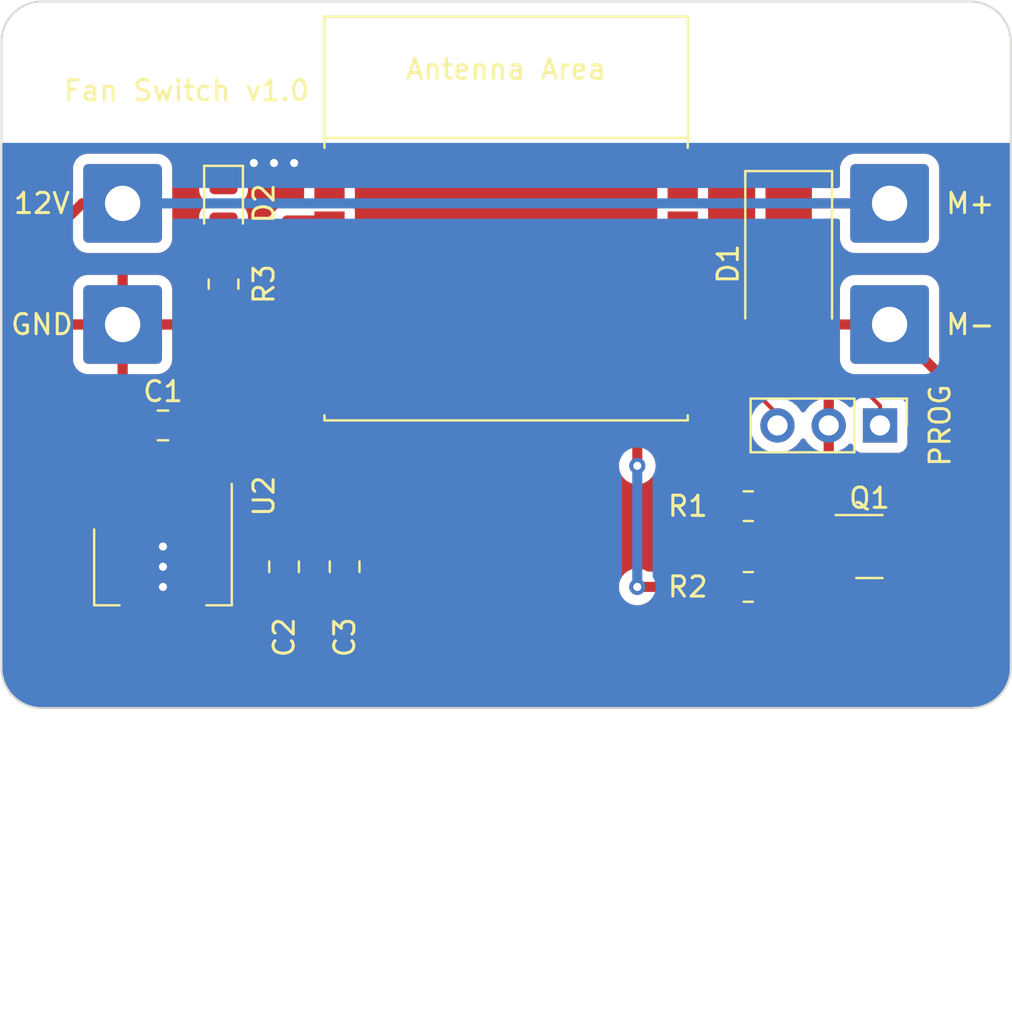
<source format=kicad_pcb>
(kicad_pcb (version 20221018) (generator pcbnew)
  (layers (0 "F.Cu" signal) (31 "B.Cu" signal) (34 "B.Paste" user) (35 "F.Paste" user) (36 "B.SilkS" user "B.Silkscreen") (37 "F.SilkS" user "F.Silkscreen") (38 "B.Mask" user) (39 "F.Mask" user) (44 "Edge.Cuts" user))
  (net 0 "")
  (net 1 "+12V")
  (net 2 "GND")
  (net 3 "+3V3")
  (net 4 "/USB_D+")
  (net 5 "Net-(D1-A)")
  (net 6 "/USB_D-")
  (net 7 "Net-(Q1-G)")
  (net 8 "/GATE")
  (net 9 "/LED")
  (net 10 "Net-(D2-A)")
  (footprint "Connector_Wire:SolderWire-1sqmm_1x01_D1.4mm_OD3.9mm" (layer "F.Cu") (at 144 106)
    (fp_text reference "J4" hide)
    (fp_text value "M-" (at 4 0 180) (layer "F.SilkS"))
    (pad "1" thru_hole roundrect (at 0 0) (size 3.9 3.9) (drill 1.75) (layers *.Cu *.Mask) (roundrect_rratio 0.064103) (net 5 "Net-(D1-A)"))
  )
  (footprint "Capacitor_SMD:C_0805_2012Metric_Pad1.18x1.45mm_HandSolder" (layer "F.Cu") (at 117 118 90)
    (fp_text reference "C3" (at -3.5 0 90) (layer "F.SilkS"))
    (fp_text value "47u")
    (fp_line (start -0.261252 -0.735) (end 0.261252 -0.735) (stroke (width 0.12)) (layer "F.SilkS"))
    (fp_line (start -0.261252 0.735) (end 0.261252 0.735) (stroke (width 0.12)) (layer "F.SilkS"))
    (pad "1" smd roundrect (at -1.0375 0 90) (size 1.175 1.45) (layers "F.Cu" "F.Paste" "F.Mask") (roundrect_rratio 0.212766) (net 3 "+3V3"))
    (pad "2" smd roundrect (at 1.0375 0 90) (size 1.175 1.45) (layers "F.Cu" "F.Paste" "F.Mask") (roundrect_rratio 0.212766) (net 2 "GND"))
  )
  (footprint "Package_TO_SOT_SMD:SOT-23" (layer "F.Cu") (at 143 117)
    (fp_text reference "Q1" (at 0 -2.4) (layer "F.SilkS"))
    (fp_text value "BXT420N03M")
    (fp_line (start 0 -1.56) (end -1.675 -1.56) (stroke (width 0.12)) (layer "F.SilkS"))
    (fp_line (start 0 -1.56) (end 0.65 -1.56) (stroke (width 0.12)) (layer "F.SilkS"))
    (fp_line (start 0 1.56) (end -0.65 1.56) (stroke (width 0.12)) (layer "F.SilkS"))
    (fp_line (start 0 1.56) (end 0.65 1.56) (stroke (width 0.12)) (layer "F.SilkS"))
    (pad "1" smd roundrect (at -0.9375 -0.95) (size 1.475 0.6) (layers "F.Cu" "F.Paste" "F.Mask") (net 7 "Net-(Q1-G)"))
    (pad "2" smd roundrect (at -0.9375 0.95) (size 1.475 0.6) (layers "F.Cu" "F.Paste" "F.Mask") (net 2 "GND"))
    (pad "3" smd roundrect (at 0.9375 0) (size 1.475 0.6) (layers "F.Cu" "F.Paste" "F.Mask") (net 5 "Net-(D1-A)"))
  )
  (footprint "Connector_PinHeader_2.54mm:PinHeader_1x03_P2.54mm_Vertical" (layer "F.Cu") (at 143.525 111 -90)
    (fp_text reference "J5" hide)
    (fp_text value "PROG" (at 0 -2.975 90) (layer "F.SilkS"))
    (fp_line (start -1.33 -1.33) (end 0 -1.33) (stroke (width 0.12)) (layer "F.SilkS"))
    (fp_line (start -1.33 0) (end -1.33 -1.33) (stroke (width 0.12)) (layer "F.SilkS"))
    (fp_line (start -1.33 1.27) (end -1.33 6.41) (stroke (width 0.12)) (layer "F.SilkS"))
    (fp_line (start -1.33 1.27) (end 1.33 1.27) (stroke (width 0.12)) (layer "F.SilkS"))
    (fp_line (start -1.33 6.41) (end 1.33 6.41) (stroke (width 0.12)) (layer "F.SilkS"))
    (fp_line (start 1.33 1.27) (end 1.33 6.41) (stroke (width 0.12)) (layer "F.SilkS"))
    (pad "1" thru_hole rect (at 0 0 270) (size 1.7 1.7) (drill 1) (layers *.Cu *.Mask) (net 4 "/USB_D+"))
    (pad "2" thru_hole oval (at 0 2.54 270) (size 1.7 1.7) (drill 1) (layers *.Cu *.Mask) (net 2 "GND"))
    (pad "3" thru_hole oval (at 0 5.08 270) (size 1.7 1.7) (drill 1) (layers *.Cu *.Mask) (net 6 "/USB_D-"))
  )
  (footprint "Espressif:ESP32-C3-WROOM-02" (layer "F.Cu") (at 125 102)
    (fp_text reference "U1" hide)
    (fp_text value "ESP32-C3-WROOM-02")
    (fp_text user "Antenna Area" (at 0 -8.65) (layer "F.SilkS"))
    (fp_line (start -9 -11.25) (end -9 -4.75) (stroke (width 0.12)) (layer "F.SilkS"))
    (fp_line (start -9 -11.25) (end 9 -11.25) (stroke (width 0.12)) (layer "F.SilkS"))
    (fp_line (start -9 8.75) (end -9 8.5) (stroke (width 0.12)) (layer "F.SilkS"))
    (fp_line (start 9 -11.25) (end 9 -4.75) (stroke (width 0.12)) (layer "F.SilkS"))
    (fp_line (start 9 -5.25) (end -8.95 -5.25) (stroke (width 0.12)) (layer "F.SilkS"))
    (fp_line (start 9 8.5) (end 9 8.75) (stroke (width 0.12)) (layer "F.SilkS"))
    (fp_line (start 9 8.75) (end -9 8.75) (stroke (width 0.12)) (layer "F.SilkS"))
    (pad "1" smd rect locked (at -8.75 -4.15) (size 1.5 0.9) (layers "F.Cu" "F.Paste" "F.Mask") (net 3 "+3V3"))
    (pad "2" smd rect locked (at -8.75 -2.65) (size 1.5 0.9) (layers "F.Cu" "F.Paste" "F.Mask") (net 3 "+3V3"))
    (pad "3" smd rect locked (at -8.75 -1.15) (size 1.5 0.9) (layers "F.Cu" "F.Paste" "F.Mask") (net 9 "/LED"))
    (pad "4" smd rect locked (at -8.75 0.35) (size 1.5 0.9) (layers "F.Cu" "F.Paste" "F.Mask"))
    (pad "5" smd rect locked (at -8.75 1.85) (size 1.5 0.9) (layers "F.Cu" "F.Paste" "F.Mask"))
    (pad "6" smd rect locked (at -8.75 3.35) (size 1.5 0.9) (layers "F.Cu" "F.Paste" "F.Mask"))
    (pad "7" smd rect locked (at -8.75 4.85) (size 1.5 0.9) (layers "F.Cu" "F.Paste" "F.Mask"))
    (pad "8" smd rect locked (at -8.75 6.35) (size 1.5 0.9) (layers "F.Cu" "F.Paste" "F.Mask"))
    (pad "9" smd rect locked (at -8.75 7.85) (size 1.5 0.9) (layers "F.Cu" "F.Paste" "F.Mask") (net 2 "GND"))
    (pad "10" smd rect locked (at 8.75 7.85 180) (size 1.5 0.9) (layers "F.Cu" "F.Paste" "F.Mask"))
    (pad "11" smd rect locked (at 8.75 6.35 180) (size 1.5 0.9) (layers "F.Cu" "F.Paste" "F.Mask"))
    (pad "12" smd rect locked (at 8.75 4.85 180) (size 1.5 0.9) (layers "F.Cu" "F.Paste" "F.Mask"))
    (pad "13" smd rect locked (at 8.75 3.35 180) (size 1.5 0.9) (layers "F.Cu" "F.Paste" "F.Mask") (net 6 "/USB_D-"))
    (pad "14" smd rect locked (at 8.75 1.85 180) (size 1.5 0.9) (layers "F.Cu" "F.Paste" "F.Mask") (net 4 "/USB_D+"))
    (pad "15" smd rect locked (at 8.75 0.35 180) (size 1.5 0.9) (layers "F.Cu" "F.Paste" "F.Mask") (net 8 "/GATE"))
    (pad "16" smd rect locked (at 8.75 -1.15 180) (size 1.5 0.9) (layers "F.Cu" "F.Paste" "F.Mask"))
    (pad "17" smd rect locked (at 8.75 -2.65 180) (size 1.5 0.9) (layers "F.Cu" "F.Paste" "F.Mask"))
    (pad "18" smd rect locked (at 8.75 -4.15 180) (size 1.5 0.9) (layers "F.Cu" "F.Paste" "F.Mask"))
    (pad "19" smd rect locked (at -0.14 0.95 180) (size 0.7 0.7) (layers "F.Cu" "F.Paste" "F.Mask") (net 2 "GND"))
    (pad "19" smd rect locked (at -0.14 2.05 180) (size 0.7 0.7) (layers "F.Cu" "F.Paste" "F.Mask") (net 2 "GND"))
    (pad "19" smd rect locked (at -0.14 3.15 180) (size 0.7 0.7) (layers "F.Cu" "F.Paste" "F.Mask") (net 2 "GND"))
    (pad "19" smd rect locked (at 0.91 0.95 180) (size 0.7 0.7) (layers "F.Cu" "F.Paste" "F.Mask") (net 2 "GND"))
    (pad "19" smd rect locked (at 0.91 2.05 180) (size 0.7 0.7) (layers "F.Cu" "F.Paste" "F.Mask") (net 2 "GND"))
    (pad "19" smd rect locked (at 0.91 3.15 180) (size 0.7 0.7) (layers "F.Cu" "F.Paste" "F.Mask") (net 2 "GND"))
    (pad "19" smd rect locked (at 2.06 0.95 180) (size 0.7 0.7) (layers "F.Cu" "F.Paste" "F.Mask") (net 2 "GND"))
    (pad "19" smd rect locked (at 2.06 2.05 180) (size 0.7 0.7) (layers "F.Cu" "F.Paste" "F.Mask") (net 2 "GND"))
    (pad "19" smd rect locked (at 2.06 3.15 180) (size 0.7 0.7) (layers "F.Cu" "F.Paste" "F.Mask") (net 2 "GND"))
  )
  (footprint "Connector_Wire:SolderWire-1sqmm_1x01_D1.4mm_OD3.9mm" (layer "F.Cu") (at 106 106)
    (fp_text reference "J2" hide)
    (fp_text value "GND" (at -4 0) (layer "F.SilkS"))
    (pad "1" thru_hole roundrect (at 0 0) (size 3.9 3.9) (drill 1.75) (layers *.Cu *.Mask) (roundrect_rratio 0.064103) (net 2 "GND"))
  )
  (footprint "Diode_SMD:D_SMB_Handsoldering" (layer "F.Cu") (at 139 103 -90)
    (fp_text reference "D1" (at 0 3 90) (layer "F.SilkS"))
    (fp_text value "SK22")
    (fp_line (start -4.6 -2.15) (end -4.6 2.15) (stroke (width 0.12)) (layer "F.SilkS"))
    (fp_line (start -4.6 -2.15) (end 2.7 -2.15) (stroke (width 0.12)) (layer "F.SilkS"))
    (fp_line (start -4.6 2.15) (end 2.7 2.15) (stroke (width 0.12)) (layer "F.SilkS"))
    (pad "1" smd rect (at -2.7 0 270) (size 3.5 2.3) (layers "F.Cu" "F.Paste" "F.Mask") (net 1 "+12V"))
    (pad "2" smd rect (at 2.7 0 270) (size 3.5 2.3) (layers "F.Cu" "F.Paste" "F.Mask") (net 5 "Net-(D1-A)"))
  )
  (footprint "Capacitor_SMD:C_0805_2012Metric_Pad1.18x1.45mm_HandSolder" (layer "F.Cu") (at 108 111)
    (fp_text reference "C1" (at 0 -1.68) (layer "F.SilkS"))
    (fp_text value "10u")
    (fp_line (start -0.261252 -0.735) (end 0.261252 -0.735) (stroke (width 0.12)) (layer "F.SilkS"))
    (fp_line (start -0.261252 0.735) (end 0.261252 0.735) (stroke (width 0.12)) (layer "F.SilkS"))
    (pad "1" smd roundrect (at -1.0375 0) (size 1.175 1.45) (layers "F.Cu" "F.Paste" "F.Mask") (roundrect_rratio 0.212766) (net 1 "+12V"))
    (pad "2" smd roundrect (at 1.0375 0) (size 1.175 1.45) (layers "F.Cu" "F.Paste" "F.Mask") (roundrect_rratio 0.212766) (net 2 "GND"))
  )
  (footprint "Resistor_SMD:R_0805_2012Metric_Pad1.20x1.40mm_HandSolder" (layer "F.Cu") (at 137 119 180)
    (fp_text reference "R2" (at 3 0) (layer "F.SilkS"))
    (fp_text value "10k")
    (fp_line (start -0.227064 -0.735) (end 0.227064 -0.735) (stroke (width 0.12)) (layer "F.SilkS"))
    (fp_line (start -0.227064 0.735) (end 0.227064 0.735) (stroke (width 0.12)) (layer "F.SilkS"))
    (pad "1" smd roundrect (at -1 0 180) (size 1.2 1.4) (layers "F.Cu" "F.Paste" "F.Mask") (roundrect_rratio 0.208333) (net 2 "GND"))
    (pad "2" smd roundrect (at 1 0 180) (size 1.2 1.4) (layers "F.Cu" "F.Paste" "F.Mask") (roundrect_rratio 0.208333) (net 8 "/GATE"))
  )
  (footprint "LED_SMD:LED_0805_2012Metric_Pad1.15x1.40mm_HandSolder" (layer "F.Cu") (at 111 100 -90)
    (fp_text reference "D2" (at 0 -2 90) (layer "F.SilkS"))
    (fp_text value "LED")
    (fp_line (start -1.86 -0.96) (end -1.86 0.96) (stroke (width 0.12)) (layer "F.SilkS"))
    (fp_line (start -1.86 0.96) (end 1 0.96) (stroke (width 0.12)) (layer "F.SilkS"))
    (fp_line (start 1 -0.96) (end -1.86 -0.96) (stroke (width 0.12)) (layer "F.SilkS"))
    (pad "1" smd roundrect (at -1.025 0 270) (size 1.15 1.4) (layers "F.Cu" "F.Paste" "F.Mask") (roundrect_rratio 0.217391) (net 2 "GND"))
    (pad "2" smd roundrect (at 1.025 0 270) (size 1.15 1.4) (layers "F.Cu" "F.Paste" "F.Mask") (roundrect_rratio 0.217391) (net 10 "Net-(D2-A)"))
  )
  (footprint "Resistor_SMD:R_0805_2012Metric_Pad1.20x1.40mm_HandSolder" (layer "F.Cu") (at 137 115)
    (fp_text reference "R1" (at -3 0) (layer "F.SilkS"))
    (fp_text value "100")
    (fp_line (start -0.227064 -0.735) (end 0.227064 -0.735) (stroke (width 0.12)) (layer "F.SilkS"))
    (fp_line (start -0.227064 0.735) (end 0.227064 0.735) (stroke (width 0.12)) (layer "F.SilkS"))
    (pad "1" smd roundrect (at -1 0) (size 1.2 1.4) (layers "F.Cu" "F.Paste" "F.Mask") (roundrect_rratio 0.208333) (net 8 "/GATE"))
    (pad "2" smd roundrect (at 1 0) (size 1.2 1.4) (layers "F.Cu" "F.Paste" "F.Mask") (roundrect_rratio 0.208333) (net 7 "Net-(Q1-G)"))
  )
  (footprint "Connector_Wire:SolderWire-1sqmm_1x01_D1.4mm_OD3.9mm" (layer "F.Cu") (at 144 100)
    (fp_text reference "J3" hide)
    (fp_text value "M+" (at 4 0 180) (layer "F.SilkS"))
    (pad "1" thru_hole roundrect (at 0 0) (size 3.9 3.9) (drill 1.75) (layers *.Cu *.Mask) (roundrect_rratio 0.064103) (net 1 "+12V"))
  )
  (footprint "Connector_Wire:SolderWire-1sqmm_1x01_D1.4mm_OD3.9mm" (layer "F.Cu") (at 106 100)
    (fp_text reference "J1" hide)
    (fp_text value "12V" (at -4 0) (layer "F.SilkS"))
    (pad "1" thru_hole roundrect (at 0 0) (size 3.9 3.9) (drill 1.75) (layers *.Cu *.Mask) (roundrect_rratio 0.064103) (net 1 "+12V"))
  )
  (footprint "Capacitor_SMD:C_0805_2012Metric_Pad1.18x1.45mm_HandSolder" (layer "F.Cu") (at 114 118 90)
    (fp_text reference "C2" (at -3.5 0 90) (layer "F.SilkS"))
    (fp_text value "47u")
    (fp_line (start -0.261252 -0.735) (end 0.261252 -0.735) (stroke (width 0.12)) (layer "F.SilkS"))
    (fp_line (start -0.261252 0.735) (end 0.261252 0.735) (stroke (width 0.12)) (layer "F.SilkS"))
    (pad "1" smd roundrect (at -1.0375 0 90) (size 1.175 1.45) (layers "F.Cu" "F.Paste" "F.Mask") (roundrect_rratio 0.212766) (net 3 "+3V3"))
    (pad "2" smd roundrect (at 1.0375 0 90) (size 1.175 1.45) (layers "F.Cu" "F.Paste" "F.Mask") (roundrect_rratio 0.212766) (net 2 "GND"))
  )
  (footprint "Resistor_SMD:R_0805_2012Metric_Pad1.20x1.40mm_HandSolder" (layer "F.Cu") (at 111 104 90)
    (fp_text reference "R3" (at 0 2 90) (layer "F.SilkS"))
    (fp_text value "270R")
    (fp_line (start -0.227064 -0.735) (end 0.227064 -0.735) (stroke (width 0.12)) (layer "F.SilkS"))
    (fp_line (start -0.227064 0.735) (end 0.227064 0.735) (stroke (width 0.12)) (layer "F.SilkS"))
    (pad "1" smd roundrect (at -1 0 90) (size 1.2 1.4) (layers "F.Cu" "F.Paste" "F.Mask") (roundrect_rratio 0.208333) (net 9 "/LED"))
    (pad "2" smd roundrect (at 1 0 90) (size 1.2 1.4) (layers "F.Cu" "F.Paste" "F.Mask") (roundrect_rratio 0.208333) (net 10 "Net-(D2-A)"))
  )
  (footprint "Package_TO_SOT_SMD:SOT-223-3_TabPin2" (layer "F.Cu") (at 108 118 -90)
    (fp_text reference "U2" (at -3.5 -5 90) (layer "F.SilkS"))
    (fp_text value "LM1117-3.3")
    (fp_line (start -4.1 -3.41) (end 1.91 -3.41) (stroke (width 0.12)) (layer "F.SilkS"))
    (fp_line (start -1.85 3.41) (end 1.91 3.41) (stroke (width 0.12)) (layer "F.SilkS"))
    (fp_line (start 1.91 -3.41) (end 1.91 -2.15) (stroke (width 0.12)) (layer "F.SilkS"))
    (fp_line (start 1.91 3.41) (end 1.91 2.15) (stroke (width 0.12)) (layer "F.SilkS"))
    (pad "1" smd rect (at -3.15 -2.3 270) (size 2 1.5) (layers "F.Cu" "F.Paste" "F.Mask") (net 2 "GND"))
    (pad "2" smd rect (at -3.15 0 270) (size 2 1.5) (layers "F.Cu" "F.Paste" "F.Mask") (net 3 "+3V3"))
    (pad "2" smd rect (at 3.15 0 270) (size 2 3.8) (layers "F.Cu" "F.Paste" "F.Mask") (net 3 "+3V3"))
    (pad "3" smd rect (at -3.15 2.3 270) (size 2 1.5) (layers "F.Cu" "F.Paste" "F.Mask") (net 1 "+12V"))
  )
  (gr_line (start 148 125) (end 102 125) (stroke (width 0.1)) (layer "Edge.Cuts"))
  (gr_arc (start 150 123) (mid 149.414214 124.414214) (end 148 125) (stroke (width 0.1)) (layer "Edge.Cuts"))
  (gr_line (start 102 90) (end 148 90) (stroke (width 0.1)) (layer "Edge.Cuts"))
  (gr_arc (start 100 92) (mid 100.585786 90.585786) (end 102 90) (stroke (width 0.1)) (layer "Edge.Cuts"))
  (gr_line (start 150 92) (end 150 123) (stroke (width 0.1)) (layer "Edge.Cuts"))
  (gr_arc (start 148 90) (mid 149.414214 90.585786) (end 150 92) (stroke (width 0.1)) (layer "Edge.Cuts"))
  (gr_line (start 100 123) (end 100 92) (stroke (width 0.1)) (layer "Edge.Cuts"))
  (gr_arc (start 102 125) (mid 100.585786 124.414214) (end 100 123) (stroke (width 0.1)) (layer "Edge.Cuts"))
  (gr_text "Fan Switch v1.0" (at 103 95) (layer "F.SilkS") (effects (font (size 1 1)) (justify left bottom)))
  (segment (start 102 102) (end 102 111) (width 0.5) (layer "F.Cu") (net 1))
  (segment (start 106 100) (end 104 100) (width 0.5) (layer "F.Cu") (net 1))
  (segment (start 106.9625 111) (end 102 111) (width 0.5) (layer "F.Cu") (net 1))
  (segment (start 102 111) (end 102 113) (width 0.5) (layer "F.Cu") (net 1))
  (segment (start 102 113) (end 103.85 114.85) (width 0.5) (layer "F.Cu") (net 1))
  (segment (start 144 100) (end 139.3 100) (width 0.5) (layer "F.Cu") (net 1))
  (segment (start 104 100) (end 102 102) (width 0.5) (layer "F.Cu") (net 1))
  (segment (start 139.3 100) (end 139 100.3) (width 0.5) (layer "F.Cu") (net 1))
  (segment (start 103.85 114.85) (end 105.7 114.85) (width 0.5) (layer "F.Cu") (net 1))
  (segment (start 106 100) (end 144 100) (width 0.5) (layer "B.Cu") (net 1))
  (segment (start 108 121.15) (end 111.8875 121.15) (width 0.5) (layer "F.Cu") (net 3))
  (segment (start 108 118) (end 108 119) (width 0.5) (layer "F.Cu") (net 3))
  (segment (start 108 114.85) (end 108 117) (width 0.5) (layer "F.Cu") (net 3))
  (segment (start 108 117.5) (end 108 118) (width 0.5) (layer "F.Cu") (net 3))
  (segment (start 108 119) (end 108 121.15) (width 0.5) (layer "F.Cu") (net 3))
  (segment (start 114.65 97.85) (end 114.5 98) (width 0.5) (layer "F.Cu") (net 3))
  (segment (start 114.5 98) (end 113.5 98) (width 0.5) (layer "F.Cu") (net 3))
  (segment (start 108 117) (end 108 117.5) (width 0.5) (layer "F.Cu") (net 3))
  (segment (start 113.5 98) (end 112.5 98) (width 0.5) (layer "F.Cu") (net 3))
  (segment (start 117 119.0375) (end 114 119.0375) (width 0.5) (layer "F.Cu") (net 3))
  (segment (start 116.25 97.85) (end 116.25 99.35) (width 0.5) (layer "F.Cu") (net 3))
  (segment (start 116.25 97.85) (end 114.65 97.85) (width 0.5) (layer "F.Cu") (net 3))
  (segment (start 111.8875 121.15) (end 114 119.0375) (width 0.5) (layer "F.Cu") (net 3))
  (via (at 112.5 98) (size 0.8) (drill 0.4) (layers "F.Cu" "B.Cu") (net 3))
  (via (at 108 119) (size 0.8) (drill 0.4) (layers "F.Cu" "B.Cu") (net 3))
  (via (at 114.5 98) (size 0.8) (drill 0.4) (layers "F.Cu" "B.Cu") (net 3))
  (via (at 113.5 98) (size 0.8) (drill 0.4) (layers "F.Cu" "B.Cu") (net 3))
  (via (at 108 118) (size 0.8) (drill 0.4) (layers "F.Cu" "B.Cu") (net 3))
  (via (at 108 117) (size 0.8) (drill 0.4) (layers "F.Cu" "B.Cu") (net 3))
  (segment (start 135.85 103.85) (end 133.75 103.85) (width 0.2) (layer "F.Cu") (net 4))
  (segment (start 143.525 111) (end 143.525 110.025) (width 0.2) (layer "F.Cu") (net 4))
  (segment (start 136.5 104.5) (end 135.85 103.85) (width 0.2) (layer "F.Cu") (net 4))
  (segment (start 143.525 110.025) (end 142 108.5) (width 0.2) (layer "F.Cu") (net 4))
  (segment (start 142 108.5) (end 137.5 108.5) (width 0.2) (layer "F.Cu") (net 4))
  (segment (start 136.5 107.5) (end 136.5 104.5) (width 0.2) (layer "F.Cu") (net 4))
  (segment (start 137.5 108.5) (end 136.5 107.5) (width 0.2) (layer "F.Cu") (net 4))
  (segment (start 146.5 114.4375) (end 146.5 108.5) (width 0.5) (layer "F.Cu") (net 5))
  (segment (start 143.9375 117) (end 146.5 114.4375) (width 0.5) (layer "F.Cu") (net 5))
  (segment (start 144 106) (end 139.3 106) (width 0.5) (layer "F.Cu") (net 5))
  (segment (start 146.5 108.5) (end 144 106) (width 0.5) (layer "F.Cu") (net 5))
  (segment (start 139.3 106) (end 139 105.7) (width 0.5) (layer "F.Cu") (net 5))
  (segment (start 138.445 111) (end 138.445 110.445) (width 0.2) (layer "F.Cu") (net 6))
  (segment (start 136 106) (end 135.35 105.35) (width 0.2) (layer "F.Cu") (net 6))
  (segment (start 138.445 110.445) (end 136 108) (width 0.2) (layer "F.Cu") (net 6))
  (segment (start 136 108) (end 136 106) (width 0.2) (layer "F.Cu") (net 6))
  (segment (start 135.35 105.35) (end 133.75 105.35) (width 0.2) (layer "F.Cu") (net 6))
  (segment (start 138 115) (end 141.0125 115) (width 0.5) (layer "F.Cu") (net 7))
  (segment (start 141.0125 115) (end 142.0625 116.05) (width 0.5) (layer "F.Cu") (net 7))
  (segment (start 131.5 103) (end 131.5 113) (width 0.5) (layer "F.Cu") (net 8))
  (segment (start 136 119) (end 136 115) (width 0.5) (layer "F.Cu") (net 8))
  (segment (start 132.15 102.35) (end 131.5 103) (width 0.5) (layer "F.Cu") (net 8))
  (segment (start 133.75 102.35) (end 132.15 102.35) (width 0.5) (layer "F.Cu") (net 8))
  (segment (start 136 119) (end 131.5 119) (width 0.5) (layer "F.Cu") (net 8))
  (via (at 131.5 113) (size 0.8) (drill 0.4) (layers "F.Cu" "B.Cu") (net 8))
  (via (at 131.5 119) (size 0.8) (drill 0.4) (layers "F.Cu" "B.Cu") (net 8))
  (segment (start 131.5 113) (end 131.5 119) (width 0.5) (layer "B.Cu") (net 8))
  (segment (start 114.15 100.85) (end 113 102) (width 0.5) (layer "F.Cu") (net 9))
  (segment (start 112 105) (end 111 105) (width 0.5) (layer "F.Cu") (net 9))
  (segment (start 116.25 100.85) (end 114.15 100.85) (width 0.5) (layer "F.Cu") (net 9))
  (segment (start 113 102) (end 113 104) (width 0.5) (layer "F.Cu") (net 9))
  (segment (start 113 104) (end 112 105) (width 0.5) (layer "F.Cu") (net 9))
  (segment (start 111 101.025) (end 111 103) (width 0.5) (layer "F.Cu") (net 10))
  (zone (net 2) (net_name "GND") (layer "F.Cu") (priority 1) (connect_pads (clearance 0.508)) (min_thickness 0.254) (fill yes (thermal_gap 0.508) (thermal_bridge_width 0.508) (island_removal_mode 2) (island_area_min 10))
    (polygon (pts (xy 100 97) (xy 150 97) (xy 150 125) (xy 100 125)))
  )
  (zone (net 3) (net_name "+3V3") (layer "B.Cu") (connect_pads (clearance 0.508)) (min_thickness 0.254) (fill yes (thermal_gap 0.508) (thermal_bridge_width 0.508) (island_removal_mode 2) (island_area_min 10))
    (polygon (pts (xy 150 125) (xy 100 125) (xy 100 97) (xy 150 97)))
  )
)
</source>
